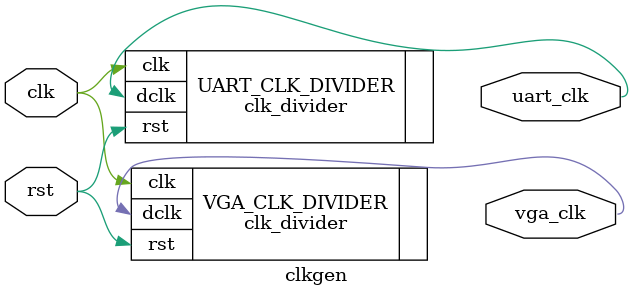
<source format=v>
`timescale 1ns/1ps

module clkgen(
	input clk, rst,
	output uart_clk, vga_clk 
);
	/// NEXYS3 CLOCK: 100 MHz

	/// UART CLOCK: 9600 * 16 = 153600 Hz - factor = 651
	// baud 115200 - factor 54.25
	
	clk_divider #(.factor('d651)) UART_CLK_DIVIDER(.clk(clk),.rst(rst),.dclk(uart_clk));
	
	/// VGA CLOCK: 25 MHZ (480x640) - factor = 4
	
	clk_divider #(.factor(10'd4)) VGA_CLK_DIVIDER(.clk(clk),.rst(rst),.dclk(vga_clk));
	
endmodule
</source>
